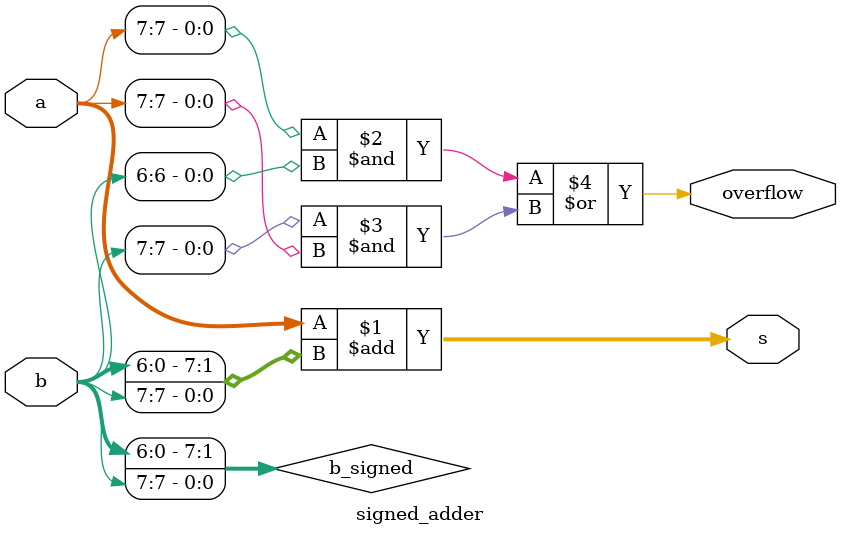
<source format=v>

module signed_adder(input [7:0] a,
    input [7:0] b,
    output [7:0] s,
    output overflow
); 

// The numbers a and b are added to the output s. 
// assign the occurence of the signed overflow of a and b to the output overflow.
// a signed overflow occurs if the most significant bits of a and b are low and the most significant bit of s is high
// a signed overflow may also occur if the most significant bits of a and b are high and the most significant bit of s is low


wire signed [7:0] b_signed = {b[6:0],b[7]};

assign s = a + b_signed; // adds the two numbers

assign overflow = (a[7] & b_signed[7]) | (b[7] & a[7]); // logical OR of the most significant bits of a and b.

endmodule

</source>
